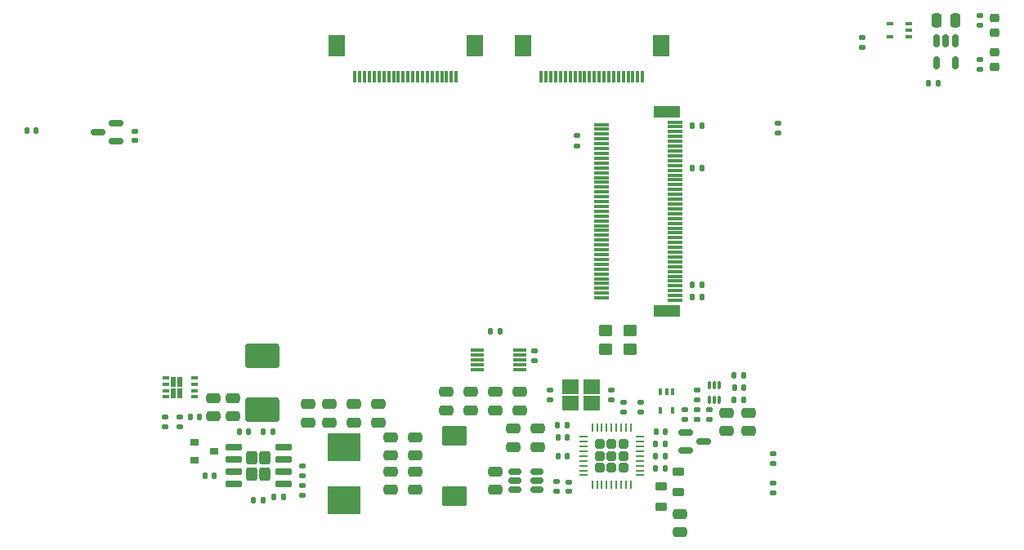
<source format=gtp>
G04 #@! TF.GenerationSoftware,KiCad,Pcbnew,(6.99.0-1603-g82820d4b1c)*
G04 #@! TF.CreationDate,2022-06-17T10:58:42+02:00*
G04 #@! TF.ProjectId,Unifying,556e6966-7969-46e6-972e-6b696361645f,rev?*
G04 #@! TF.SameCoordinates,Original*
G04 #@! TF.FileFunction,Paste,Top*
G04 #@! TF.FilePolarity,Positive*
%FSLAX46Y46*%
G04 Gerber Fmt 4.6, Leading zero omitted, Abs format (unit mm)*
G04 Created by KiCad (PCBNEW (6.99.0-1603-g82820d4b1c)) date 2022-06-17 10:58:42*
%MOMM*%
%LPD*%
G01*
G04 APERTURE LIST*
G04 Aperture macros list*
%AMRoundRect*
0 Rectangle with rounded corners*
0 $1 Rounding radius*
0 $2 $3 $4 $5 $6 $7 $8 $9 X,Y pos of 4 corners*
0 Add a 4 corners polygon primitive as box body*
4,1,4,$2,$3,$4,$5,$6,$7,$8,$9,$2,$3,0*
0 Add four circle primitives for the rounded corners*
1,1,$1+$1,$2,$3*
1,1,$1+$1,$4,$5*
1,1,$1+$1,$6,$7*
1,1,$1+$1,$8,$9*
0 Add four rect primitives between the rounded corners*
20,1,$1+$1,$2,$3,$4,$5,0*
20,1,$1+$1,$4,$5,$6,$7,0*
20,1,$1+$1,$6,$7,$8,$9,0*
20,1,$1+$1,$8,$9,$2,$3,0*%
G04 Aperture macros list end*
%ADD10R,0.300000X1.300000*%
%ADD11R,1.800000X2.200000*%
%ADD12RoundRect,0.135000X-0.185000X0.135000X-0.185000X-0.135000X0.185000X-0.135000X0.185000X0.135000X0*%
%ADD13RoundRect,0.135000X0.135000X0.185000X-0.135000X0.185000X-0.135000X-0.185000X0.135000X-0.185000X0*%
%ADD14RoundRect,0.135000X0.185000X-0.135000X0.185000X0.135000X-0.185000X0.135000X-0.185000X-0.135000X0*%
%ADD15R,0.400000X0.650000*%
%ADD16RoundRect,0.250000X0.475000X-0.250000X0.475000X0.250000X-0.475000X0.250000X-0.475000X-0.250000X0*%
%ADD17RoundRect,0.140000X0.140000X0.170000X-0.140000X0.170000X-0.140000X-0.170000X0.140000X-0.170000X0*%
%ADD18RoundRect,0.150000X-0.587500X-0.150000X0.587500X-0.150000X0.587500X0.150000X-0.587500X0.150000X0*%
%ADD19RoundRect,0.250000X-0.475000X0.250000X-0.475000X-0.250000X0.475000X-0.250000X0.475000X0.250000X0*%
%ADD20RoundRect,0.135000X-0.135000X-0.185000X0.135000X-0.185000X0.135000X0.185000X-0.135000X0.185000X0*%
%ADD21R,0.600000X1.000000*%
%ADD22R,0.700000X0.420000*%
%ADD23RoundRect,0.250000X-0.450000X0.350000X-0.450000X-0.350000X0.450000X-0.350000X0.450000X0.350000X0*%
%ADD24R,1.800000X1.500000*%
%ADD25R,3.500000X2.950000*%
%ADD26RoundRect,0.250000X-1.025000X0.787500X-1.025000X-0.787500X1.025000X-0.787500X1.025000X0.787500X0*%
%ADD27RoundRect,0.140000X-0.170000X0.140000X-0.170000X-0.140000X0.170000X-0.140000X0.170000X0.140000X0*%
%ADD28R,0.900000X0.800000*%
%ADD29RoundRect,0.250000X0.250000X0.475000X-0.250000X0.475000X-0.250000X-0.475000X0.250000X-0.475000X0*%
%ADD30RoundRect,0.140000X0.170000X-0.140000X0.170000X0.140000X-0.170000X0.140000X-0.170000X-0.140000X0*%
%ADD31RoundRect,0.250000X0.450000X-0.350000X0.450000X0.350000X-0.450000X0.350000X-0.450000X-0.350000X0*%
%ADD32R,1.400000X0.300000*%
%ADD33RoundRect,0.079000X-0.079000X0.343500X-0.079000X-0.343500X0.079000X-0.343500X0.079000X0.343500X0*%
%ADD34RoundRect,0.140000X-0.140000X-0.170000X0.140000X-0.170000X0.140000X0.170000X-0.140000X0.170000X0*%
%ADD35RoundRect,0.150000X-0.150000X0.512500X-0.150000X-0.512500X0.150000X-0.512500X0.150000X0.512500X0*%
%ADD36RoundRect,0.250000X-0.315000X-0.460000X0.315000X-0.460000X0.315000X0.460000X-0.315000X0.460000X0*%
%ADD37RoundRect,0.150000X-0.737500X-0.150000X0.737500X-0.150000X0.737500X0.150000X-0.737500X0.150000X0*%
%ADD38RoundRect,0.247500X-0.247500X-0.247500X0.247500X-0.247500X0.247500X0.247500X-0.247500X0.247500X0*%
%ADD39RoundRect,0.062500X-0.350000X-0.062500X0.350000X-0.062500X0.350000X0.062500X-0.350000X0.062500X0*%
%ADD40RoundRect,0.062500X-0.062500X-0.350000X0.062500X-0.350000X0.062500X0.350000X-0.062500X0.350000X0*%
%ADD41RoundRect,0.218750X-0.256250X0.218750X-0.256250X-0.218750X0.256250X-0.218750X0.256250X0.218750X0*%
%ADD42RoundRect,0.218750X-0.381250X0.218750X-0.381250X-0.218750X0.381250X-0.218750X0.381250X0.218750X0*%
%ADD43R,0.650000X0.400000*%
%ADD44RoundRect,0.218750X0.381250X-0.218750X0.381250X0.218750X-0.381250X0.218750X-0.381250X-0.218750X0*%
%ADD45R,2.750000X1.200000*%
%ADD46R,1.550000X0.300000*%
%ADD47RoundRect,0.249999X-1.500001X1.025001X-1.500001X-1.025001X1.500001X-1.025001X1.500001X1.025001X0*%
%ADD48RoundRect,0.150000X0.587500X0.150000X-0.587500X0.150000X-0.587500X-0.150000X0.587500X-0.150000X0*%
%ADD49RoundRect,0.150000X-0.512500X-0.150000X0.512500X-0.150000X0.512500X0.150000X-0.512500X0.150000X0*%
%ADD50RoundRect,0.218750X0.256250X-0.218750X0.256250X0.218750X-0.256250X0.218750X-0.256250X-0.218750X0*%
G04 APERTURE END LIST*
D10*
X154713999Y-88895999D03*
X154213999Y-88895999D03*
X153713999Y-88895999D03*
X153213999Y-88895999D03*
X152713999Y-88895999D03*
X152213999Y-88895999D03*
X151713999Y-88895999D03*
X151213999Y-88895999D03*
X150713999Y-88895999D03*
X150213999Y-88895999D03*
X149713999Y-88895999D03*
X149213999Y-88895999D03*
X148713999Y-88895999D03*
X148213999Y-88895999D03*
X147713999Y-88895999D03*
X147213999Y-88895999D03*
X146713999Y-88895999D03*
X146213999Y-88895999D03*
X145713999Y-88895999D03*
X145213999Y-88895999D03*
X144713999Y-88895999D03*
X144213999Y-88895999D03*
D11*
X156613999Y-85645999D03*
X142313999Y-85645999D03*
D12*
X187564000Y-128004000D03*
X187564000Y-129024000D03*
D13*
X204630000Y-89580000D03*
X203610000Y-89580000D03*
D12*
X165085000Y-130925000D03*
X165085000Y-131945000D03*
X138796000Y-129274000D03*
X138796000Y-130294000D03*
D14*
X187564000Y-132072000D03*
X187564000Y-131052000D03*
D15*
X177164999Y-121594999D03*
X176514999Y-121594999D03*
X175864999Y-121594999D03*
X175864999Y-123494999D03*
X177164999Y-123494999D03*
D16*
X161275000Y-123495000D03*
X161275000Y-121595000D03*
D17*
X166200000Y-128260000D03*
X165240000Y-128260000D03*
D18*
X178498500Y-125786000D03*
X178498500Y-127686000D03*
X180373500Y-126736000D03*
D16*
X129525000Y-124130000D03*
X129525000Y-122230000D03*
D13*
X136850000Y-132490000D03*
X135830000Y-132490000D03*
D19*
X147940000Y-129850000D03*
X147940000Y-131750000D03*
D20*
X183498000Y-119878000D03*
X184518000Y-119878000D03*
D13*
X180200000Y-110480000D03*
X179180000Y-110480000D03*
D10*
X174017999Y-88895999D03*
X173517999Y-88895999D03*
X173017999Y-88895999D03*
X172517999Y-88895999D03*
X172017999Y-88895999D03*
X171517999Y-88895999D03*
X171017999Y-88895999D03*
X170517999Y-88895999D03*
X170017999Y-88895999D03*
X169517999Y-88895999D03*
X169017999Y-88895999D03*
X168517999Y-88895999D03*
X168017999Y-88895999D03*
X167517999Y-88895999D03*
X167017999Y-88895999D03*
X166517999Y-88895999D03*
X166017999Y-88895999D03*
X165517999Y-88895999D03*
X165017999Y-88895999D03*
X164517999Y-88895999D03*
X164017999Y-88895999D03*
X163517999Y-88895999D03*
D11*
X175917999Y-85645999D03*
X161617999Y-85645999D03*
D20*
X175370000Y-128260000D03*
X176390000Y-128260000D03*
D12*
X126096000Y-124194000D03*
X126096000Y-125214000D03*
D16*
X131572000Y-124130000D03*
X131572000Y-122230000D03*
D21*
X126075999Y-121712999D03*
X126075999Y-120582999D03*
X125365999Y-121712999D03*
X125365999Y-120582999D03*
D22*
X124595999Y-122122999D03*
X124595999Y-121472999D03*
X124595999Y-120822999D03*
X124595999Y-120172999D03*
X127595999Y-122122999D03*
X127595999Y-121472999D03*
X127595999Y-120822999D03*
X127595999Y-120172999D03*
D19*
X158735000Y-129850000D03*
X158735000Y-131750000D03*
D16*
X158735000Y-123495000D03*
X158735000Y-121595000D03*
D23*
X170165000Y-115195000D03*
X170165000Y-117195000D03*
D24*
X166524999Y-122759999D03*
X168724999Y-122759999D03*
X168724999Y-121059999D03*
X166524999Y-121059999D03*
D16*
X139340000Y-124760000D03*
X139340000Y-122860000D03*
D13*
X135750000Y-125720000D03*
X134730000Y-125720000D03*
D25*
X143049999Y-127374999D03*
X143049999Y-132824999D03*
D26*
X154544000Y-126163500D03*
X154544000Y-132388500D03*
D27*
X166355000Y-130955000D03*
X166355000Y-131915000D03*
D28*
X127635999Y-128701999D03*
X129635999Y-127751999D03*
X127635999Y-126801999D03*
D14*
X208994000Y-88130000D03*
X208994000Y-87110000D03*
D29*
X206388000Y-83048000D03*
X204488000Y-83048000D03*
D30*
X179690000Y-124422000D03*
X179690000Y-123462000D03*
D16*
X150480000Y-128194000D03*
X150480000Y-126294000D03*
D27*
X138796000Y-131336000D03*
X138796000Y-132296000D03*
D20*
X165210000Y-125085000D03*
X166230000Y-125085000D03*
D30*
X164450000Y-122390000D03*
X164450000Y-121430000D03*
D27*
X124572000Y-124224000D03*
X124572000Y-125184000D03*
D31*
X172705000Y-117195000D03*
X172705000Y-115195000D03*
D19*
X182738000Y-123754000D03*
X182738000Y-125654000D03*
D13*
X180200000Y-98415000D03*
X179180000Y-98415000D03*
D16*
X160640000Y-127305000D03*
X160640000Y-125405000D03*
X141590000Y-124765000D03*
X141590000Y-122865000D03*
D32*
X161299999Y-119299999D03*
X161299999Y-118799999D03*
X161299999Y-118299999D03*
X161299999Y-117799999D03*
X161299999Y-117299999D03*
X156899999Y-117299999D03*
X156899999Y-117799999D03*
X156899999Y-118299999D03*
X156899999Y-118799999D03*
X156899999Y-119299999D03*
D33*
X181976000Y-120894000D03*
X181468000Y-120894000D03*
X180925000Y-120894000D03*
X180925000Y-122418000D03*
X181468000Y-122418000D03*
X181976000Y-122418000D03*
D17*
X128100000Y-124196000D03*
X127140000Y-124196000D03*
X184488000Y-121148000D03*
X183528000Y-121148000D03*
D16*
X144130000Y-124765000D03*
X144130000Y-122865000D03*
D27*
X170800000Y-121430000D03*
X170800000Y-122390000D03*
D20*
X158240000Y-115316000D03*
X159260000Y-115316000D03*
D30*
X172070000Y-123660000D03*
X172070000Y-122700000D03*
D16*
X163180000Y-127305000D03*
X163180000Y-125405000D03*
D13*
X134734000Y-132832000D03*
X133714000Y-132832000D03*
D16*
X177850000Y-136150000D03*
X177850000Y-134250000D03*
D13*
X180200000Y-93970000D03*
X179180000Y-93970000D03*
D34*
X110250000Y-94500000D03*
X111210000Y-94500000D03*
D14*
X188072000Y-94734000D03*
X188072000Y-93714000D03*
D35*
X206388000Y-85212500D03*
X205438000Y-85212500D03*
X204488000Y-85212500D03*
X204488000Y-87487500D03*
X206388000Y-87487500D03*
D17*
X129624000Y-130292000D03*
X128664000Y-130292000D03*
D12*
X196802000Y-84824000D03*
X196802000Y-85844000D03*
D36*
X133544000Y-128426000D03*
X133544000Y-130126000D03*
X134904000Y-128426000D03*
X134904000Y-130126000D03*
D37*
X131661500Y-127371000D03*
X131661500Y-128641000D03*
X131661500Y-129911000D03*
X131661500Y-131181000D03*
X136786500Y-131181000D03*
X136786500Y-129911000D03*
X136786500Y-128641000D03*
X136786500Y-127371000D03*
D38*
X169570000Y-127030000D03*
X169570000Y-128260000D03*
X169570000Y-129490000D03*
X170800000Y-127030000D03*
X170800000Y-128260000D03*
X170800000Y-129490000D03*
X172030000Y-127030000D03*
X172030000Y-128260000D03*
X172030000Y-129490000D03*
D39*
X167862500Y-126260000D03*
X167862500Y-126760000D03*
X167862500Y-127260000D03*
X167862500Y-127760000D03*
X167862500Y-128260000D03*
X167862500Y-128760000D03*
X167862500Y-129260000D03*
X167862500Y-129760000D03*
X167862500Y-130260000D03*
D40*
X168800000Y-131197500D03*
X169300000Y-131197500D03*
X169800000Y-131197500D03*
X170300000Y-131197500D03*
X170800000Y-131197500D03*
X171300000Y-131197500D03*
X171800000Y-131197500D03*
X172300000Y-131197500D03*
X172800000Y-131197500D03*
D39*
X173737500Y-130260000D03*
X173737500Y-129760000D03*
X173737500Y-129260000D03*
X173737500Y-128760000D03*
X173737500Y-128260000D03*
X173737500Y-127760000D03*
X173737500Y-127260000D03*
X173737500Y-126760000D03*
X173737500Y-126260000D03*
D40*
X172800000Y-125322500D03*
X172300000Y-125322500D03*
X171800000Y-125322500D03*
X171300000Y-125322500D03*
X170800000Y-125322500D03*
X170300000Y-125322500D03*
X169800000Y-125322500D03*
X169300000Y-125322500D03*
X168800000Y-125322500D03*
D16*
X153655000Y-123495000D03*
X153655000Y-121595000D03*
D14*
X162814000Y-118366000D03*
X162814000Y-117346000D03*
D17*
X133180000Y-125720000D03*
X132220000Y-125720000D03*
D41*
X210518000Y-82768500D03*
X210518000Y-84343500D03*
D12*
X208994000Y-82538000D03*
X208994000Y-83558000D03*
X180960000Y-123432000D03*
X180960000Y-124452000D03*
D42*
X177750000Y-129887500D03*
X177750000Y-132012500D03*
D27*
X179690000Y-121430000D03*
X179690000Y-122390000D03*
D43*
X201561999Y-84713999D03*
X201561999Y-84063999D03*
X201561999Y-83413999D03*
X199661999Y-83413999D03*
X199661999Y-84713999D03*
D20*
X183498000Y-122418000D03*
X184518000Y-122418000D03*
D19*
X185024000Y-123754000D03*
X185024000Y-125654000D03*
D14*
X173848000Y-123690000D03*
X173848000Y-122670000D03*
D16*
X146670000Y-124765000D03*
X146670000Y-122865000D03*
X156195000Y-123495000D03*
X156195000Y-121595000D03*
X147940000Y-128194000D03*
X147940000Y-126294000D03*
D44*
X175950000Y-133562500D03*
X175950000Y-131437500D03*
D45*
X176569999Y-92509999D03*
X176569999Y-113209999D03*
D46*
X177344999Y-93609999D03*
X169794999Y-93859999D03*
X177344999Y-94109999D03*
X169794999Y-94359999D03*
X177344999Y-94609999D03*
X169794999Y-94859999D03*
X177344999Y-95109999D03*
X169794999Y-95359999D03*
X177344999Y-95609999D03*
X169794999Y-95859999D03*
X177344999Y-96109999D03*
X169794999Y-96359999D03*
X177344999Y-96609999D03*
X169794999Y-96859999D03*
X177344999Y-97109999D03*
X169794999Y-97359999D03*
X177344999Y-97609999D03*
X169794999Y-97859999D03*
X177344999Y-98109999D03*
X169794999Y-98359999D03*
X177344999Y-98609999D03*
X169794999Y-98859999D03*
X177344999Y-99109999D03*
X169794999Y-99359999D03*
X177344999Y-99609999D03*
X169794999Y-99859999D03*
X177344999Y-100109999D03*
X169794999Y-100359999D03*
X177344999Y-100609999D03*
X169794999Y-100859999D03*
X177344999Y-101109999D03*
X169794999Y-101359999D03*
X177344999Y-101609999D03*
X169794999Y-101859999D03*
X177344999Y-102109999D03*
X169794999Y-102359999D03*
X177344999Y-102609999D03*
X169794999Y-102859999D03*
X177344999Y-103109999D03*
X169794999Y-103359999D03*
X177344999Y-103609999D03*
X169794999Y-103859999D03*
X177344999Y-104109999D03*
X169794999Y-104359999D03*
X177344999Y-104609999D03*
X169794999Y-104859999D03*
X177344999Y-105109999D03*
X169794999Y-105359999D03*
X177344999Y-105609999D03*
X169794999Y-105859999D03*
X177344999Y-106109999D03*
X169794999Y-106359999D03*
X177344999Y-106609999D03*
X169794999Y-106859999D03*
X177344999Y-107109999D03*
X169794999Y-107359999D03*
X177344999Y-107609999D03*
X169794999Y-107859999D03*
X177344999Y-108109999D03*
X169794999Y-108359999D03*
X177344999Y-108609999D03*
X169794999Y-108859999D03*
X177344999Y-109109999D03*
X169794999Y-109359999D03*
X177344999Y-109609999D03*
X169794999Y-109859999D03*
X177344999Y-110109999D03*
X169794999Y-110359999D03*
X177344999Y-110609999D03*
X169794999Y-110859999D03*
X177344999Y-111109999D03*
X169794999Y-111359999D03*
X177344999Y-111609999D03*
X169794999Y-111859999D03*
X177344999Y-112109999D03*
D47*
X134620000Y-117875000D03*
X134620000Y-123425000D03*
D34*
X175400000Y-125720000D03*
X176360000Y-125720000D03*
D48*
X119437500Y-95600000D03*
X119437500Y-93700000D03*
X117562500Y-94650000D03*
D14*
X167250000Y-96060000D03*
X167250000Y-95040000D03*
D17*
X166200000Y-126355000D03*
X165240000Y-126355000D03*
D13*
X180200000Y-111750000D03*
X179180000Y-111750000D03*
D49*
X160772500Y-129850000D03*
X160772500Y-130800000D03*
X160772500Y-131750000D03*
X163047500Y-131750000D03*
X163047500Y-130800000D03*
X163047500Y-129850000D03*
D20*
X175370000Y-129530000D03*
X176390000Y-129530000D03*
D50*
X210518000Y-87899500D03*
X210518000Y-86324500D03*
D12*
X178420000Y-123432000D03*
X178420000Y-124452000D03*
D19*
X150480000Y-129850000D03*
X150480000Y-131750000D03*
D20*
X175370000Y-126990000D03*
X176390000Y-126990000D03*
D30*
X121400000Y-95530000D03*
X121400000Y-94570000D03*
M02*

</source>
